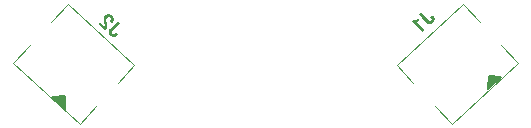
<source format=gbr>
%TF.GenerationSoftware,KiCad,Pcbnew,7.0.9-7.0.9~ubuntu22.04.1*%
%TF.CreationDate,2023-12-28T22:57:35-08:00*%
%TF.ProjectId,kraken-can-adapter,6b72616b-656e-42d6-9361-6e2d61646170,1*%
%TF.SameCoordinates,Original*%
%TF.FileFunction,Legend,Bot*%
%TF.FilePolarity,Positive*%
%FSLAX46Y46*%
G04 Gerber Fmt 4.6, Leading zero omitted, Abs format (unit mm)*
G04 Created by KiCad (PCBNEW 7.0.9-7.0.9~ubuntu22.04.1) date 2023-12-28 22:57:35*
%MOMM*%
%LPD*%
G01*
G04 APERTURE LIST*
%ADD10C,0.254000*%
%ADD11C,0.120000*%
%ADD12C,0.200000*%
G04 APERTURE END LIST*
D10*
G36*
X120416575Y-119941296D02*
G01*
X120426547Y-119931943D01*
X120436226Y-119922430D01*
X120445611Y-119912759D01*
X120454701Y-119902927D01*
X120463498Y-119892937D01*
X120472000Y-119882787D01*
X120480209Y-119872477D01*
X120488123Y-119862008D01*
X120495743Y-119851379D01*
X120503070Y-119840591D01*
X120507790Y-119833310D01*
X120514641Y-119822248D01*
X120521148Y-119810923D01*
X120527311Y-119799337D01*
X120533131Y-119787489D01*
X120538608Y-119775378D01*
X120543740Y-119763006D01*
X120548529Y-119750372D01*
X120552975Y-119737475D01*
X120557076Y-119724317D01*
X120560835Y-119710897D01*
X120563149Y-119701804D01*
X120566069Y-119688010D01*
X120568199Y-119673999D01*
X120569540Y-119659773D01*
X120570092Y-119645331D01*
X120569854Y-119630673D01*
X120568826Y-119615799D01*
X120567009Y-119600710D01*
X120564403Y-119585404D01*
X120561007Y-119569883D01*
X120556822Y-119554146D01*
X120553594Y-119543534D01*
X120548023Y-119527526D01*
X120541600Y-119511566D01*
X120534327Y-119495653D01*
X120526203Y-119479788D01*
X120517228Y-119463971D01*
X120507401Y-119448202D01*
X120500377Y-119437716D01*
X120492975Y-119427250D01*
X120485195Y-119416807D01*
X120477036Y-119406384D01*
X120468499Y-119395982D01*
X120459584Y-119385602D01*
X120450290Y-119375243D01*
X120363323Y-119280335D01*
X120165731Y-119461395D01*
X120250183Y-119553559D01*
X120260990Y-119565791D01*
X120270775Y-119577791D01*
X120279541Y-119589556D01*
X120287287Y-119601088D01*
X120294012Y-119612386D01*
X120299717Y-119623450D01*
X120305737Y-119637840D01*
X120309943Y-119651813D01*
X120312336Y-119665372D01*
X120312852Y-119671995D01*
X120312409Y-119685121D01*
X120310142Y-119698222D01*
X120306052Y-119711299D01*
X120300138Y-119724351D01*
X120292399Y-119737378D01*
X120282837Y-119750380D01*
X120274468Y-119760115D01*
X120265074Y-119769837D01*
X120258241Y-119776310D01*
X120248570Y-119784706D01*
X120235603Y-119794517D01*
X120222555Y-119802746D01*
X120209425Y-119809394D01*
X120196213Y-119814460D01*
X120182919Y-119817944D01*
X120169543Y-119819848D01*
X120156085Y-119820169D01*
X120152708Y-119820002D01*
X120139212Y-119818295D01*
X120125867Y-119815016D01*
X120112673Y-119810165D01*
X120099629Y-119803744D01*
X120086737Y-119795751D01*
X120073996Y-119786186D01*
X120064539Y-119777981D01*
X120055166Y-119768893D01*
X120048966Y-119762343D01*
X119398281Y-119052245D01*
X119200689Y-119233305D01*
X119851373Y-119943403D01*
X119866846Y-119959657D01*
X119882510Y-119974857D01*
X119898366Y-119989004D01*
X119914413Y-120002098D01*
X119930653Y-120014139D01*
X119947084Y-120025126D01*
X119963707Y-120035060D01*
X119980522Y-120043940D01*
X119997529Y-120051767D01*
X120014727Y-120058541D01*
X120032117Y-120064262D01*
X120049699Y-120068929D01*
X120067473Y-120072542D01*
X120085438Y-120075103D01*
X120103596Y-120076610D01*
X120121945Y-120077064D01*
X120140337Y-120076463D01*
X120158731Y-120074811D01*
X120177129Y-120072107D01*
X120195530Y-120068353D01*
X120213934Y-120063547D01*
X120232340Y-120057689D01*
X120250750Y-120050781D01*
X120269163Y-120042821D01*
X120287579Y-120033810D01*
X120305998Y-120023747D01*
X120324420Y-120012633D01*
X120342845Y-120000468D01*
X120361273Y-119987252D01*
X120379704Y-119972985D01*
X120398138Y-119957666D01*
X120416575Y-119941296D01*
G37*
G36*
X119075677Y-119929294D02*
G01*
X119299569Y-119724135D01*
X119187455Y-119601783D01*
X119172348Y-119615325D01*
X119157330Y-119628184D01*
X119142402Y-119640359D01*
X119127562Y-119651852D01*
X119112812Y-119662662D01*
X119098150Y-119672788D01*
X119083578Y-119682232D01*
X119069094Y-119690992D01*
X119054700Y-119699070D01*
X119040394Y-119706464D01*
X119026177Y-119713175D01*
X119012050Y-119719204D01*
X118998011Y-119724549D01*
X118984062Y-119729211D01*
X118970201Y-119733190D01*
X118956430Y-119736486D01*
X118942747Y-119739099D01*
X118929153Y-119741029D01*
X118915649Y-119742276D01*
X118902233Y-119742840D01*
X118888907Y-119742721D01*
X118875669Y-119741919D01*
X118862520Y-119740434D01*
X118849461Y-119738265D01*
X118836490Y-119735414D01*
X118823609Y-119731879D01*
X118810816Y-119727662D01*
X118798112Y-119722761D01*
X118785498Y-119717178D01*
X118772972Y-119710911D01*
X118760535Y-119703961D01*
X118748188Y-119696329D01*
X118625836Y-119808443D01*
X119481680Y-120742433D01*
X119666008Y-120573528D01*
X119075677Y-119929294D01*
G37*
G36*
X93106111Y-121053242D02*
G01*
X93116298Y-121062362D01*
X93126617Y-121071174D01*
X93137070Y-121079680D01*
X93147656Y-121087879D01*
X93158376Y-121095772D01*
X93169228Y-121103357D01*
X93180214Y-121110636D01*
X93191333Y-121117608D01*
X93202586Y-121124272D01*
X93213971Y-121130631D01*
X93221636Y-121134699D01*
X93233253Y-121140559D01*
X93245101Y-121146055D01*
X93257181Y-121151185D01*
X93269491Y-121155950D01*
X93282033Y-121160350D01*
X93294806Y-121164385D01*
X93307809Y-121168054D01*
X93321044Y-121171359D01*
X93334510Y-121174298D01*
X93348206Y-121176872D01*
X93357466Y-121178386D01*
X93371462Y-121180092D01*
X93385605Y-121180993D01*
X93399894Y-121181089D01*
X93414329Y-121180380D01*
X93428911Y-121178865D01*
X93443638Y-121176545D01*
X93458512Y-121173420D01*
X93473532Y-121169490D01*
X93488699Y-121164754D01*
X93504011Y-121159213D01*
X93514301Y-121155072D01*
X93529763Y-121148127D01*
X93545102Y-121140339D01*
X93560321Y-121131706D01*
X93575417Y-121122230D01*
X93590392Y-121111910D01*
X93605244Y-121100747D01*
X93615079Y-121092836D01*
X93624859Y-121084550D01*
X93634585Y-121075889D01*
X93644257Y-121066853D01*
X93653875Y-121057442D01*
X93663439Y-121047656D01*
X93672948Y-121037495D01*
X93759916Y-120942586D01*
X93562323Y-120761526D01*
X93477871Y-120853690D01*
X93466626Y-120865521D01*
X93455526Y-120876316D01*
X93444569Y-120886074D01*
X93433756Y-120894795D01*
X93423087Y-120902479D01*
X93412562Y-120909127D01*
X93398752Y-120916378D01*
X93385198Y-120921786D01*
X93371900Y-120925351D01*
X93365347Y-120926443D01*
X93352232Y-120927146D01*
X93338983Y-120926029D01*
X93325600Y-120923094D01*
X93312082Y-120918340D01*
X93298431Y-120911766D01*
X93284644Y-120903374D01*
X93274217Y-120895886D01*
X93263713Y-120887374D01*
X93256669Y-120881131D01*
X93247462Y-120872229D01*
X93236559Y-120860167D01*
X93227224Y-120847885D01*
X93219457Y-120835384D01*
X93213258Y-120822664D01*
X93208628Y-120809724D01*
X93205567Y-120796565D01*
X93204074Y-120783187D01*
X93203945Y-120779808D01*
X93204470Y-120766214D01*
X93206574Y-120752634D01*
X93210256Y-120739067D01*
X93215516Y-120725514D01*
X93222355Y-120711974D01*
X93230773Y-120698448D01*
X93238122Y-120688312D01*
X93246359Y-120678183D01*
X93252344Y-120671435D01*
X93903028Y-119961337D01*
X93705436Y-119780277D01*
X93054751Y-120490375D01*
X93039908Y-120507205D01*
X93026130Y-120524134D01*
X93013419Y-120541163D01*
X93001774Y-120558291D01*
X92991194Y-120575518D01*
X92981681Y-120592844D01*
X92973234Y-120610270D01*
X92965853Y-120627795D01*
X92959538Y-120645419D01*
X92954289Y-120663142D01*
X92950105Y-120680965D01*
X92946988Y-120698886D01*
X92944937Y-120716908D01*
X92943953Y-120735028D01*
X92944034Y-120753247D01*
X92945181Y-120771566D01*
X92947382Y-120789836D01*
X92950631Y-120808016D01*
X92954928Y-120826108D01*
X92960272Y-120844112D01*
X92966664Y-120862027D01*
X92974103Y-120879853D01*
X92982590Y-120897591D01*
X92992124Y-120915240D01*
X93002706Y-120932800D01*
X93014336Y-120950272D01*
X93027013Y-120967655D01*
X93040737Y-120984950D01*
X93055510Y-121002156D01*
X93071329Y-121019273D01*
X93088196Y-121036302D01*
X93106111Y-121053242D01*
G37*
G36*
X92648376Y-119369117D02*
G01*
X92639653Y-119378900D01*
X92631295Y-119388812D01*
X92623304Y-119398852D01*
X92615677Y-119409020D01*
X92608417Y-119419316D01*
X92601523Y-119429740D01*
X92594994Y-119440292D01*
X92585887Y-119456360D01*
X92577603Y-119472717D01*
X92570141Y-119489362D01*
X92563503Y-119506295D01*
X92557688Y-119523517D01*
X92552696Y-119541027D01*
X92548434Y-119558565D01*
X92544818Y-119576036D01*
X92541848Y-119593441D01*
X92539522Y-119610779D01*
X92537843Y-119628050D01*
X92536808Y-119645255D01*
X92536419Y-119662392D01*
X92536676Y-119679463D01*
X92537578Y-119696467D01*
X92539125Y-119713405D01*
X92540515Y-119724659D01*
X92542889Y-119741483D01*
X92545411Y-119758234D01*
X92548080Y-119774913D01*
X92550896Y-119791521D01*
X92553859Y-119808056D01*
X92556970Y-119824519D01*
X92560228Y-119840910D01*
X92563634Y-119857229D01*
X92567187Y-119873477D01*
X92570887Y-119889652D01*
X92573436Y-119900395D01*
X92577260Y-119916470D01*
X92580909Y-119932599D01*
X92584382Y-119948782D01*
X92587681Y-119965019D01*
X92590804Y-119981310D01*
X92593752Y-119997655D01*
X92596525Y-120014054D01*
X92599123Y-120030507D01*
X92601545Y-120047013D01*
X92603793Y-120063574D01*
X92605194Y-120074645D01*
X92606965Y-120091052D01*
X92608192Y-120107029D01*
X92608876Y-120122573D01*
X92609016Y-120137686D01*
X92608613Y-120152367D01*
X92607666Y-120166617D01*
X92606175Y-120180435D01*
X92604140Y-120193821D01*
X92601562Y-120206776D01*
X92598440Y-120219299D01*
X92596056Y-120227408D01*
X92200871Y-119865288D01*
X92049988Y-120029948D01*
X92684845Y-120611687D01*
X92698448Y-120594875D01*
X92711368Y-120578201D01*
X92723605Y-120561668D01*
X92735158Y-120545274D01*
X92746027Y-120529019D01*
X92756213Y-120512905D01*
X92765716Y-120496929D01*
X92774536Y-120481094D01*
X92782672Y-120465398D01*
X92790124Y-120449842D01*
X92796893Y-120434425D01*
X92802979Y-120419148D01*
X92808381Y-120404010D01*
X92813100Y-120389012D01*
X92817136Y-120374154D01*
X92820488Y-120359435D01*
X92823236Y-120344443D01*
X92825465Y-120328873D01*
X92827175Y-120312725D01*
X92828366Y-120296000D01*
X92829038Y-120278696D01*
X92829190Y-120260816D01*
X92828823Y-120242357D01*
X92827937Y-120223321D01*
X92826532Y-120203708D01*
X92824608Y-120183516D01*
X92822164Y-120162747D01*
X92819201Y-120141401D01*
X92815719Y-120119476D01*
X92811718Y-120096974D01*
X92807198Y-120073895D01*
X92802158Y-120050238D01*
X92798765Y-120034818D01*
X92795492Y-120019709D01*
X92792336Y-120004910D01*
X92789300Y-119990421D01*
X92786382Y-119976241D01*
X92783582Y-119962372D01*
X92780901Y-119948813D01*
X92778339Y-119935564D01*
X92775895Y-119922624D01*
X92773570Y-119909995D01*
X92771363Y-119897676D01*
X92767306Y-119873967D01*
X92763723Y-119851498D01*
X92760615Y-119830269D01*
X92757980Y-119810281D01*
X92755820Y-119791532D01*
X92754135Y-119774023D01*
X92752924Y-119757754D01*
X92752187Y-119742725D01*
X92751925Y-119728936D01*
X92752136Y-119716387D01*
X92752420Y-119710577D01*
X92754024Y-119693647D01*
X92756785Y-119676948D01*
X92760701Y-119660480D01*
X92765774Y-119644244D01*
X92772003Y-119628239D01*
X92779388Y-119612465D01*
X92787930Y-119596922D01*
X92797628Y-119581610D01*
X92808482Y-119566530D01*
X92816361Y-119556605D01*
X92824753Y-119546783D01*
X92829142Y-119541910D01*
X92841196Y-119529373D01*
X92853390Y-119517917D01*
X92865724Y-119507544D01*
X92878198Y-119498253D01*
X92890811Y-119490045D01*
X92903565Y-119482918D01*
X92916458Y-119476874D01*
X92929492Y-119471912D01*
X92942665Y-119468032D01*
X92955978Y-119465234D01*
X92964931Y-119463970D01*
X92978279Y-119462969D01*
X92991457Y-119463113D01*
X93004466Y-119464403D01*
X93017304Y-119466840D01*
X93029973Y-119470422D01*
X93042472Y-119475149D01*
X93054800Y-119481023D01*
X93066959Y-119488043D01*
X93078948Y-119496208D01*
X93090767Y-119505520D01*
X93098551Y-119512364D01*
X93109787Y-119523366D01*
X93119825Y-119534683D01*
X93128665Y-119546315D01*
X93136307Y-119558261D01*
X93142751Y-119570522D01*
X93147996Y-119583098D01*
X93152044Y-119595988D01*
X93154894Y-119609193D01*
X93156545Y-119622713D01*
X93156999Y-119636548D01*
X93156635Y-119645946D01*
X93155149Y-119660123D01*
X93152498Y-119674335D01*
X93148683Y-119688582D01*
X93143704Y-119702865D01*
X93137562Y-119717183D01*
X93130255Y-119731537D01*
X93121785Y-119745926D01*
X93112150Y-119760350D01*
X93101352Y-119774810D01*
X93093507Y-119784470D01*
X93085144Y-119794145D01*
X93080768Y-119798988D01*
X93052897Y-119829405D01*
X93229449Y-119991185D01*
X93238672Y-119982331D01*
X93247412Y-119973500D01*
X93256567Y-119963852D01*
X93260769Y-119959301D01*
X93269080Y-119950073D01*
X93284877Y-119931564D01*
X93299574Y-119912985D01*
X93313173Y-119894335D01*
X93325672Y-119875615D01*
X93337073Y-119856825D01*
X93347374Y-119837964D01*
X93356576Y-119819033D01*
X93364679Y-119800032D01*
X93371683Y-119780960D01*
X93377588Y-119761818D01*
X93382394Y-119742605D01*
X93386101Y-119723323D01*
X93388709Y-119703969D01*
X93390217Y-119684546D01*
X93390627Y-119665052D01*
X93390420Y-119655278D01*
X93389185Y-119635807D01*
X93386861Y-119616519D01*
X93383447Y-119597417D01*
X93378944Y-119578500D01*
X93373351Y-119559767D01*
X93366668Y-119541219D01*
X93358896Y-119522856D01*
X93350034Y-119504677D01*
X93340083Y-119486684D01*
X93329041Y-119468875D01*
X93316910Y-119451251D01*
X93303690Y-119433812D01*
X93289379Y-119416557D01*
X93273979Y-119399488D01*
X93257490Y-119382603D01*
X93239911Y-119365903D01*
X93230679Y-119357588D01*
X93212145Y-119341758D01*
X93193515Y-119326994D01*
X93174789Y-119313296D01*
X93155967Y-119300664D01*
X93137049Y-119289097D01*
X93118036Y-119278597D01*
X93098927Y-119269162D01*
X93079722Y-119260794D01*
X93060421Y-119253491D01*
X93041024Y-119247254D01*
X93021531Y-119242083D01*
X93001943Y-119237978D01*
X92982259Y-119234939D01*
X92962479Y-119232966D01*
X92942603Y-119232058D01*
X92932629Y-119232004D01*
X92912795Y-119232688D01*
X92893237Y-119234424D01*
X92873955Y-119237211D01*
X92854948Y-119241049D01*
X92836217Y-119245939D01*
X92817762Y-119251880D01*
X92799583Y-119258872D01*
X92781679Y-119266916D01*
X92764051Y-119276011D01*
X92746699Y-119286158D01*
X92729622Y-119297356D01*
X92712822Y-119309605D01*
X92696297Y-119322906D01*
X92680048Y-119337258D01*
X92664074Y-119352662D01*
X92648376Y-119369117D01*
G37*
D11*
%TO.C,J1*%
X127607274Y-123404535D02*
X121989221Y-128552533D01*
X126201289Y-121870172D02*
X127607274Y-123404535D01*
X122974076Y-118348287D02*
X124380061Y-119882651D01*
X121989221Y-128552533D02*
X120583236Y-127018169D01*
X118762008Y-125030648D02*
X117356023Y-123496285D01*
X117356023Y-123496285D02*
X122974076Y-118348287D01*
D12*
X126210595Y-124512100D02*
X125086984Y-125541700D01*
X125133990Y-124465095D01*
X126210595Y-124512100D01*
G36*
X126210595Y-124512100D02*
G01*
X125086984Y-125541700D01*
X125133990Y-124465095D01*
X126210595Y-124512100D01*
G37*
D11*
%TO.C,J2*%
X90506193Y-128552532D02*
X84888140Y-123404535D01*
X91912178Y-127018169D02*
X90506193Y-128552532D01*
X95139391Y-123496284D02*
X93733406Y-125030648D01*
X84888140Y-123404535D02*
X86294125Y-121870172D01*
X88115352Y-119882650D02*
X89521337Y-118348287D01*
X89521337Y-118348287D02*
X95139391Y-123496284D01*
D12*
X89281114Y-127257699D02*
X88157503Y-126228099D01*
X89234108Y-126181094D01*
X89281114Y-127257699D01*
G36*
X89281114Y-127257699D02*
G01*
X88157503Y-126228099D01*
X89234108Y-126181094D01*
X89281114Y-127257699D01*
G37*
%TD*%
M02*

</source>
